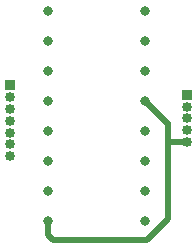
<source format=gbr>
%TF.GenerationSoftware,KiCad,Pcbnew,7.0.1*%
%TF.CreationDate,2023-04-23T12:43:51+02:00*%
%TF.ProjectId,display7segm,64697370-6c61-4793-9773-65676d2e6b69,rev?*%
%TF.SameCoordinates,Original*%
%TF.FileFunction,Copper,L2,Bot*%
%TF.FilePolarity,Positive*%
%FSLAX46Y46*%
G04 Gerber Fmt 4.6, Leading zero omitted, Abs format (unit mm)*
G04 Created by KiCad (PCBNEW 7.0.1) date 2023-04-23 12:43:51*
%MOMM*%
%LPD*%
G01*
G04 APERTURE LIST*
%TA.AperFunction,ComponentPad*%
%ADD10O,0.850000X0.850000*%
%TD*%
%TA.AperFunction,ComponentPad*%
%ADD11R,0.850000X0.850000*%
%TD*%
%TA.AperFunction,ComponentPad*%
%ADD12C,0.830000*%
%TD*%
%TA.AperFunction,Conductor*%
%ADD13C,0.500000*%
%TD*%
%TA.AperFunction,Conductor*%
%ADD14C,0.250000*%
%TD*%
G04 APERTURE END LIST*
D10*
%TO.P,REF\u002A\u002A,5*%
%TO.N,N/C*%
X43850000Y-32200000D03*
%TO.P,REF\u002A\u002A,4*%
X43850000Y-31200000D03*
%TO.P,REF\u002A\u002A,3*%
X43850000Y-30200000D03*
%TO.P,REF\u002A\u002A,2*%
X43850000Y-29200000D03*
D11*
%TO.P,REF\u002A\u002A,1*%
X43850000Y-28200000D03*
%TD*%
D12*
%TO.P,74HC595N DIP16,1*%
%TO.N,N/C*%
X40325000Y-21110000D03*
%TO.P,74HC595N DIP16,2*%
X40325000Y-23650000D03*
%TO.P,74HC595N DIP16,3*%
X40325000Y-26190000D03*
%TO.P,74HC595N DIP16,4*%
X40325000Y-28730000D03*
%TO.P,74HC595N DIP16,5*%
X40325000Y-31270000D03*
%TO.P,74HC595N DIP16,6*%
X40325000Y-33810000D03*
%TO.P,74HC595N DIP16,7*%
X40325000Y-36350000D03*
%TO.P,74HC595N DIP16,8*%
X40325000Y-38890000D03*
%TO.P,74HC595N DIP16,9*%
X32075000Y-21110000D03*
%TO.P,74HC595N DIP16,10*%
X32075000Y-23650000D03*
%TO.P,74HC595N DIP16,11*%
X32075000Y-26190000D03*
%TO.P,74HC595N DIP16,12*%
X32075000Y-28730000D03*
%TO.P,74HC595N DIP16,13*%
X32075000Y-31270000D03*
%TO.P,74HC595N DIP16,14*%
X32075000Y-33810000D03*
%TO.P,74HC595N DIP16,15*%
X32075000Y-36350000D03*
%TO.P,74HC595N DIP16,16*%
X32075000Y-38890000D03*
%TD*%
D11*
%TO.P,REF\u002A\u002A,1*%
%TO.N,N/C*%
X28850000Y-27400000D03*
D10*
%TO.P,REF\u002A\u002A,2*%
X28850000Y-28400000D03*
%TO.P,REF\u002A\u002A,3*%
X28850000Y-29400000D03*
%TO.P,REF\u002A\u002A,4*%
X28850000Y-30400000D03*
%TO.P,REF\u002A\u002A,5*%
X28850000Y-31400000D03*
%TO.P,REF\u002A\u002A,6*%
X28850000Y-32400000D03*
%TO.P,REF\u002A\u002A,7*%
X28850000Y-33400000D03*
%TD*%
D13*
%TO.N,*%
X32075000Y-40025000D02*
X32075000Y-38890000D01*
X42250000Y-32050000D02*
X42250000Y-38750000D01*
X40500000Y-40500000D02*
X32550000Y-40500000D01*
X43850000Y-32200000D02*
X42400000Y-32200000D01*
X42195000Y-30600000D02*
X40325000Y-28730000D01*
X42250000Y-32050000D02*
X42250000Y-30600000D01*
D14*
X42400000Y-32200000D02*
X42250000Y-32050000D01*
D13*
X32550000Y-40500000D02*
X32075000Y-40025000D01*
X42250000Y-30600000D02*
X42195000Y-30600000D01*
X42250000Y-38750000D02*
X40500000Y-40500000D01*
%TD*%
M02*

</source>
